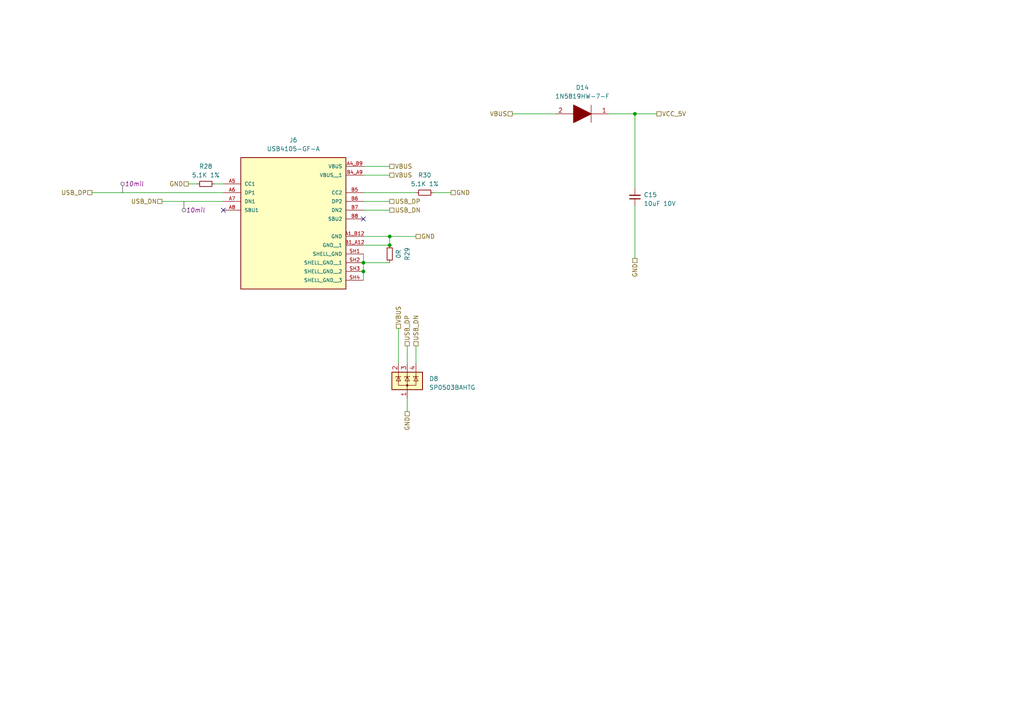
<source format=kicad_sch>
(kicad_sch (version 20250114) (generator "eeschema") (generator_version "9.0")
  (paper "A4")
  (title_block (title "Haut de Forme") (date "2025-05-26") (rev "0.2.0") (company "Martin Roger"))
  (lib_symbols
    (symbol "DIY:1N5819HW-7-F" (pin_names (offset 0.762))
      (property "Reference" "D" (at 11.43 5.08 0))
      (property "Value" "1N5819HW-7-F" (at 11.43 2.54 0))
      (symbol "1N5819HW-7-F_0_0"
        (pin passive line (at 0 0 0) (length 2.54) (name "~") (number "1"))
        (pin passive line (at 15.24 0 180) (length 2.54) (name "~") (number "2"))
      )
      (symbol "1N5819HW-7-F_0_1"
        (polyline (pts (xy 2.54 0) (xy 5.08 0)) (stroke (width 0.1524)))
        (polyline (pts (xy 5.08 2.54) (xy 5.08 -2.54)) (stroke (width 0.1524)))
        (polyline (pts (xy 5.08 0) (xy 10.16 2.54) (xy 10.16 -2.54) (xy 5.08 0)) (stroke (width 0.254)) (fill (type outline)))
        (polyline (pts (xy 10.16 0) (xy 12.7 0)) (stroke (width 0.1524)))
      )
    )
    (symbol "DIY:USB4105-GF-A" (pin_names (offset 1.016))
      (property "Reference" "J" (at -15.24 13.97 0))
      (property "Value" "USB4105-GF-A" (at -15.24 -27.94 0))
      (symbol "USB4105-GF-A_0_0"
        (rectangle (start -15.24 -25.4) (end 15.24 12.7) (stroke (width 0.254)) (fill (type background)))
        (pin bidirectional line (at -20.32 5.08 0) (length 5.08) (name "CC1") (number "A5"))
        (pin bidirectional line (at -20.32 2.54 0) (length 5.08) (name "DP1") (number "A6"))
        (pin bidirectional line (at -20.32 0 0) (length 5.08) (name "DN1") (number "A7"))
        (pin bidirectional line (at -20.32 -2.54 0) (length 5.08) (name "SBU1") (number "A8"))
        (pin power_in line (at 20.32 10.16 180) (length 5.08) (name "VBUS") (number "A4_B9"))
        (pin power_in line (at 20.32 7.62 180) (length 5.08) (name "VBUS__1") (number "B4_A9"))
        (pin bidirectional line (at 20.32 2.54 180) (length 5.08) (name "CC2") (number "B5"))
        (pin bidirectional line (at 20.32 0 180) (length 5.08) (name "DP2") (number "B6"))
        (pin bidirectional line (at 20.32 -2.54 180) (length 5.08) (name "DN2") (number "B7"))
        (pin bidirectional line (at 20.32 -5.08 180) (length 5.08) (name "SBU2") (number "B8"))
        (pin power_in line (at 20.32 -10.16 180) (length 5.08) (name "GND") (number "A1_B12"))
        (pin power_in line (at 20.32 -12.7 180) (length 5.08) (name "GND__1") (number "B1_A12"))
        (pin power_in line (at 20.32 -15.24 180) (length 5.08) (name "SHELL_GND") (number "SH1"))
        (pin power_in line (at 20.32 -17.78 180) (length 5.08) (name "SHELL_GND__1") (number "SH2"))
        (pin power_in line (at 20.32 -20.32 180) (length 5.08) (name "SHELL_GND__2") (number "SH3"))
        (pin power_in line (at 20.32 -22.86 180) (length 5.08) (name "SHELL_GND__3") (number "SH4"))
      )
    )
    (symbol "Device:C_Small" (pin_numbers (hide yes)) (pin_names (offset 0.254) (hide yes))
      (property "Reference" "C" (at 0.254 1.778 0))
      (property "Value" "C_Small" (at 0.254 -2.032 0))
      (symbol "C_Small_0_1"
        (polyline (pts (xy -1.524 0.508) (xy 1.524 0.508)) (stroke (width 0.3048)))
        (polyline (pts (xy -1.524 -0.508) (xy 1.524 -0.508)) (stroke (width 0.3302)))
      )
      (symbol "C_Small_1_1"
        (pin passive line (at 0 2.54 270) (length 2.032) (name "~") (number "1"))
        (pin passive line (at 0 -2.54 90) (length 2.032) (name "~") (number "2"))
      )
    )
    (symbol "Device:R_Small" (pin_numbers (hide yes)) (pin_names (offset 0.254) (hide yes))
      (property "Reference" "R" (at 0.762 0.508 0))
      (property "Value" "R_Small" (at 0.762 -1.016 0))
      (symbol "R_Small_0_1"
        (rectangle (start -0.762 1.778) (end 0.762 -1.778) (stroke (width 0.2032)))
      )
      (symbol "R_Small_1_1"
        (pin passive line (at 0 2.54 270) (length 0.762) (name "~") (number "1"))
        (pin passive line (at 0 -2.54 90) (length 0.762) (name "~") (number "2"))
      )
    )
    (symbol "Power_Protection:SP0503BAHT" (pin_names (hide yes))
      (property "Reference" "D" (at 5.715 2.54 0))
      (property "Value" "SP0503BAHT" (at 5.715 0.635 0))
      (symbol "SP0503BAHT_0_0"
        (pin passive line (at 0 -5.08 90) (length 2.54) (name "A") (number "1"))
      )
      (symbol "SP0503BAHT_0_1"
        (rectangle (start -4.445 2.54) (end 4.445 -2.54) (stroke (width 0.254)) (fill (type background)))
        (polyline (pts (xy -3.302 1.016) (xy -3.302 1.27) (xy -1.905 1.27) (xy -1.778 1.27)))
        (polyline (pts (xy -2.54 2.54) (xy -2.54 1.27)))
        (polyline (pts (xy -2.54 1.27) (xy -2.54 -1.27) (xy 2.54 -1.27) (xy 2.54 1.27)))
        (polyline (pts (xy -2.54 1.27) (xy -1.905 0) (xy -3.175 0) (xy -2.54 1.27)))
        (polyline (pts (xy 0 2.54) (xy 0 1.27)))
        (polyline (pts (xy 0 -1.27) (xy 0 1.27)))
        (polyline (pts (xy 0 -1.27) (xy 0 -2.54)))
        (circle (center 0 -1.27) (radius 0.254) (fill (type outline)))
        (polyline (pts (xy 0.635 1.27) (xy 0.762 1.27)))
        (polyline (pts (xy 0.635 1.27) (xy -0.762 1.27) (xy -0.762 1.016)))
        (polyline (pts (xy 0.635 0) (xy -0.635 0) (xy 0 1.27) (xy 0.635 0)))
        (polyline (pts (xy 1.778 1.016) (xy 1.778 1.27) (xy 3.175 1.27) (xy 3.302 1.27)))
        (polyline (pts (xy 2.54 2.54) (xy 2.54 1.27)))
        (polyline (pts (xy 2.54 1.27) (xy 1.905 0) (xy 3.175 0) (xy 2.54 1.27)))
      )
      (symbol "SP0503BAHT_1_1"
        (pin passive line (at -2.54 5.08 270) (length 2.54) (name "K") (number "2"))
        (pin passive line (at 0 5.08 270) (length 2.54) (name "K") (number "3"))
        (pin passive line (at 2.54 5.08 270) (length 2.54) (name "K") (number "4"))
      )
    )
  )
  (junction (at 105.41 78.74))
  (junction (at 184.15 33.02))
  (junction (at 113.03 68.58))
  (junction (at 105.41 76.2))
  (junction (at 113.03 71.12))
  (no_connect (at 64.77 60.96))
  (no_connect (at 105.41 63.5))
  (wire (pts (xy 184.15 33.02) (xy 184.15 54.61)))
  (wire (pts (xy 184.15 33.02) (xy 190.5 33.02)))
  (wire (pts (xy 105.41 76.2) (xy 113.03 76.2)))
  (wire (pts (xy 62.23 53.34) (xy 64.77 53.34)))
  (wire (pts (xy 118.11 115.57) (xy 118.11 119.38)))
  (wire (pts (xy 176.53 33.02) (xy 184.15 33.02)))
  (wire (pts (xy 105.41 71.12) (xy 113.03 71.12)))
  (wire (pts (xy 115.57 95.25) (xy 115.57 105.41)))
  (wire (pts (xy 26.67 55.88) (xy 64.77 55.88)))
  (wire (pts (xy 184.15 59.69) (xy 184.15 74.93)))
  (wire (pts (xy 125.73 55.88) (xy 130.81 55.88)))
  (wire (pts (xy 105.41 76.2) (xy 105.41 78.74)))
  (wire (pts (xy 105.41 48.26) (xy 113.03 48.26)))
  (wire (pts (xy 105.41 78.74) (xy 105.41 81.28)))
  (wire (pts (xy 148.59 33.02) (xy 161.29 33.02)))
  (wire (pts (xy 46.99 58.42) (xy 64.77 58.42)))
  (wire (pts (xy 105.41 68.58) (xy 113.03 68.58)))
  (wire (pts (xy 54.61 53.34) (xy 57.15 53.34)))
  (wire (pts (xy 105.41 55.88) (xy 120.65 55.88)))
  (wire (pts (xy 120.65 100.33) (xy 120.65 105.41)))
  (wire (pts (xy 118.11 100.33) (xy 118.11 105.41)))
  (wire (pts (xy 105.41 50.8) (xy 113.03 50.8)))
  (wire (pts (xy 113.03 68.58) (xy 120.65 68.58)))
  (wire (pts (xy 105.41 60.96) (xy 113.03 60.96)))
  (wire (pts (xy 105.41 58.42) (xy 113.03 58.42)))
  (wire (pts (xy 113.03 68.58) (xy 113.03 71.12)))
  (wire (pts (xy 105.41 73.66) (xy 105.41 76.2)))
  (hierarchical_label "VBUS" (shape passive) (at 113.03 48.26 0))
  (hierarchical_label "VCC_5V" (shape passive) (at 190.5 33.02 0))
  (hierarchical_label "GND" (shape passive) (at 184.15 74.93 270))
  (hierarchical_label "USB_DN" (shape passive) (at 113.03 60.96 0))
  (hierarchical_label "GND" (shape passive) (at 118.11 119.38 270))
  (hierarchical_label "GND" (shape passive) (at 120.65 68.58 0))
  (hierarchical_label "VBUS" (shape passive) (at 113.03 50.8 0))
  (hierarchical_label "VBUS" (shape passive) (at 148.59 33.02 180))
  (hierarchical_label "USB_DP" (shape passive) (at 113.03 58.42 0))
  (hierarchical_label "GND" (shape passive) (at 130.81 55.88 0))
  (hierarchical_label "USB_DP" (shape passive) (at 118.11 100.33 90))
  (hierarchical_label "USB_DN" (shape passive) (at 46.99 58.42 180))
  (hierarchical_label "VBUS" (shape passive) (at 115.57 95.25 90))
  (hierarchical_label "USB_DN" (shape passive) (at 120.65 100.33 90))
  (hierarchical_label "USB_DP" (shape passive) (at 26.67 55.88 180))
  (hierarchical_label "GND" (shape passive) (at 54.61 53.34 180))
  (netclass_flag "" (length 2.54) (shape round) (at 35.56 55.88 0) (property "Netclass" "10mil" (at 36.1696 53.34 0) (effects (font (italic yes)) (justify left))))
  (netclass_flag "" (length 2.54) (shape round) (at 53.34 58.42 180) (property "Netclass" "10mil" (at 53.9496 60.96 0) (effects (font (italic yes)) (justify left))))
  (symbol (lib_id "DIY:USB4105-GF-A") (at 85.09 58.42 0) (unit 1)
    (property "Reference" "J6" (at 85.09 40.64 0))
    (property "Value" "USB4105-GF-A" (at 85.09 43.18 0))
    (property "Footprint" "DIY:GCT_USB4105-GF-A" (effects (hide yes)))
    (property "Datasheet" "https://mm.digikey.com/Volume0/opasdata/d220001/medias/docus/5492/USB4105.pdf" (effects (hide yes)))
    (property "Description" "CONN RCP USB2.0 TYP C 24P SMD RA" (effects (hide yes)))
    (property "PARTREV" "B4" (effects (hide yes)))
    (property "STANDARD" "Manufacturer Recommendations" (effects (hide yes)))
    (property "MAXIMUM_PACKAGE_HEIGHT" "3.31 mm" (effects (hide yes)))
    (property "MANUFACTURER" "GCT" (effects (hide yes)))
    (property "Manufacturer_Name" "GCT" (effects (hide yes)))
    (property "Manufacturer_Part_Number" "USB4105-GF-A" (effects (hide yes)))
    (property "Type" "SMD" (effects (hide yes)))
  )
  (symbol (lib_id "Device:R_Small") (at 123.19 55.88 90) (unit 1)
    (property "Reference" "R30" (at 123.19 50.8 90))
    (property "Value" "5.1K 1%" (at 123.19 53.34 90))
    (property "Footprint" "Resistor_SMD:R_0603_1608Metric" (effects (hide yes)))
    (property "Datasheet" "https://www.yageo.com/upload/media/product/products/datasheet/rchip/PYu-RC_Group_51_RoHS_L_12.pdf" (effects (hide yes)))
    (property "Description" "RES 5.1K OHM 1% 1/10W 0603" (effects (hide yes)))
    (property "Manufacturer_Name" "YAGEO" (effects (hide yes)))
    (property "Manufacturer_Part_Number" "RC0603FR-075K1L" (effects (hide yes)))
    (property "Type" "SMD" (effects (hide yes)))
  )
  (symbol (lib_id "Device:R_Small") (at 113.03 73.66 0) (mirror x) (unit 1)
    (property "Reference" "R29" (at 118.11 73.66 90))
    (property "Value" "0R" (at 115.57 73.66 90))
    (property "Footprint" "Resistor_SMD:R_0603_1608Metric" (effects (hide yes)))
    (property "Datasheet" "https://www.seielect.com/catalog/sei-rmcf_rmcp.pdf" (effects (hide yes)))
    (property "Description" "RES 0 OHM JUMPER 1/10W 0603" (effects (hide yes)))
    (property "Manufacturer_Name" "StackPole Electronics" (effects (hide yes)))
    (property "Manufacturer_Part_Number" "RMCF0603ZT0R00" (effects (hide yes)))
    (property "Type" "SMD" (effects (hide yes)))
  )
  (symbol (lib_id "DIY:1N5819HW-7-F") (at 176.53 33.02 180) (unit 1)
    (property "Reference" "D14" (at 168.91 25.4 0))
    (property "Value" "1N5819HW-7-F" (at 168.91 27.94 0))
    (property "Footprint" "DIY:SOD3716X145N" (effects (hide yes)))
    (property "Datasheet" "https://www.diodes.com//assets/Datasheets/1N5819HW.pdf" (effects (hide yes)))
    (property "Description" "DIODE SCHOTTKY 40V 1A SOD123" (effects (hide yes)))
    (property "Height" "1.45" (effects (hide yes)))
    (property "Manufacturer_Name" "Diodes Incorporated" (effects (hide yes)))
    (property "Manufacturer_Part_Number" "1N5819HW-7-F" (effects (hide yes)))
    (property "Mouser Part Number" "621-1N5819HW-F" (effects (hide yes)))
    (property "Mouser Price/Stock" "https://www.mouser.co.uk/ProductDetail/Diodes-Incorporated/1N5819HW-7-F?qs=NQ47qNm99eDyWTEd07miYA%3D%3D" (effects (hide yes)))
    (property "Arrow Part Number" "1N5819HW-7-F" (effects (hide yes)))
    (property "Arrow Price/Stock" "https://www.arrow.com/en/products/1n5819hw-7-f/diodes-incorporated?utm_currency=USD&region=nac" (effects (hide yes)))
    (property "Type" "SMD" (effects (hide yes)))
  )
  (symbol (lib_id "Device:R_Small") (at 59.69 53.34 90) (unit 1)
    (property "Reference" "R28" (at 59.69 48.26 90))
    (property "Value" "5.1K 1%" (at 59.69 50.8 90))
    (property "Footprint" "Resistor_SMD:R_0603_1608Metric" (effects (hide yes)))
    (property "Datasheet" "https://www.yageo.com/upload/media/product/products/datasheet/rchip/PYu-RC_Group_51_RoHS_L_12.pdf" (effects (hide yes)))
    (property "Description" "RES 5.1K OHM 1% 1/10W 0603" (effects (hide yes)))
    (property "Manufacturer_Name" "YAGEO" (effects (hide yes)))
    (property "Manufacturer_Part_Number" "RC0603FR-075K1L" (effects (hide yes)))
    (property "Type" "SMD" (effects (hide yes)))
  )
  (symbol (lib_id "Device:C_Small") (at 184.15 57.15 180) (unit 1)
    (property "Reference" "C15" (at 186.69 56.5086 0) (effects (justify right)))
    (property "Value" "10uF 10V" (at 186.69 59.0486 0) (effects (justify right)))
    (property "Footprint" "Capacitor_SMD:C_0603_1608Metric" (effects (hide yes)))
    (property "Datasheet" "https://mm.digikey.com/Volume0/opasdata/d220001/medias/docus/43/CL10A106KP8NNNC_Spec.pdf" (effects (hide yes)))
    (property "Description" "CAP CER 10UF 10V X5R 0603" (effects (hide yes)))
    (property "Manufacturer_Name" "Samsung Electro-Mechanics" (effects (hide yes)))
    (property "Manufacturer_Part_Number" "CL10A106KP8NNNC" (effects (hide yes)))
    (property "Type" "SMD" (effects (hide yes)))
  )
  (symbol (lib_id "Power_Protection:SP0503BAHT") (at 118.11 110.49 0) (unit 1)
    (property "Reference" "D8" (at 124.46 109.855 0) (effects (justify left)))
    (property "Value" "SP0503BAHTG" (at 124.46 112.395 0) (effects (justify left)))
    (property "Footprint" "Package_TO_SOT_SMD:SOT-143" (effects (hide yes)))
    (property "Datasheet" "http://www.littelfuse.com/~/media/files/littelfuse/technical%20resources/documents/data%20sheets/sp05xxba.pdf" (effects (hide yes)))
    (property "Description" "TVS DIODE 5.5VWM 8.5VC SOT1434" (effects (hide yes)))
    (property "Manufacturer_Name" "Littelfuse Inc" (effects (hide yes)))
    (property "Manufacturer_Part_Number" "SP0503BAHTG" (effects (hide yes)))
    (property "Type" "SMD" (effects (hide yes)))
  )
)
</source>
